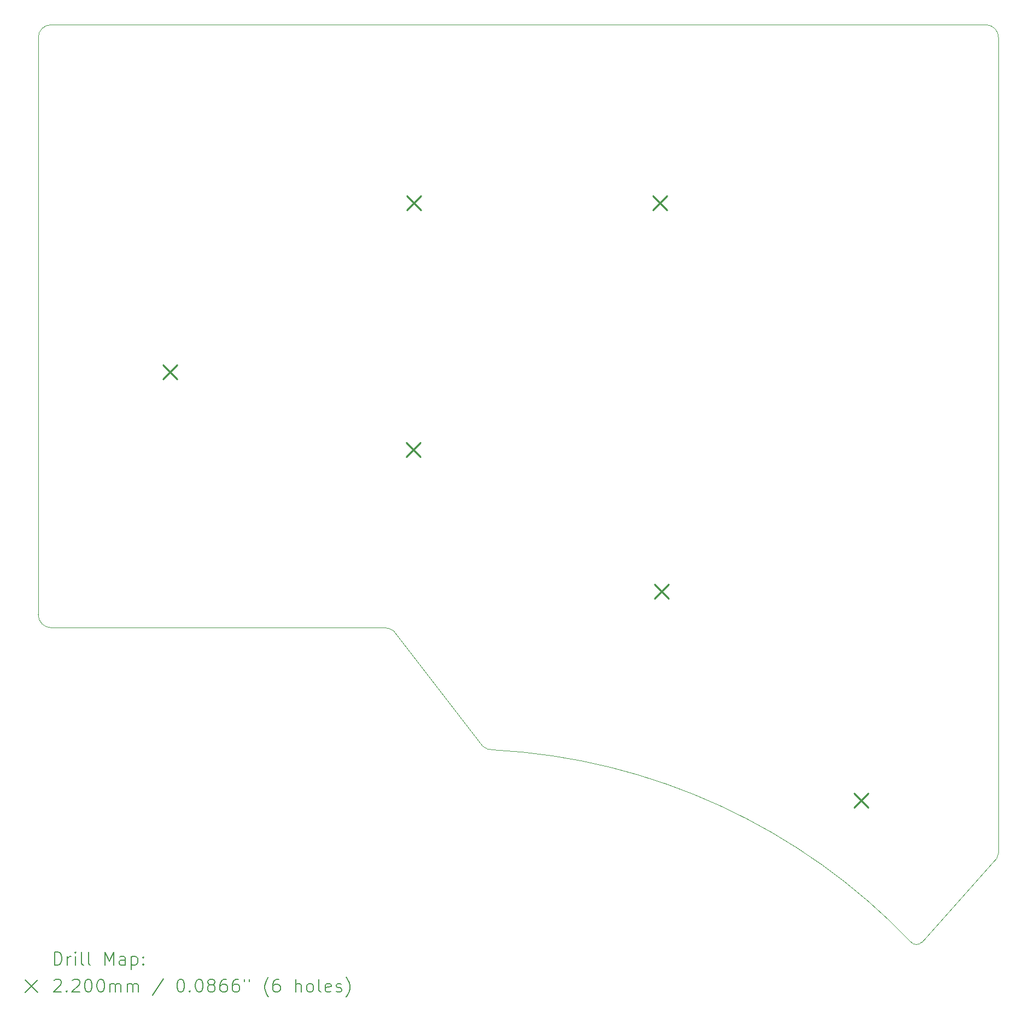
<source format=gbr>
%FSLAX45Y45*%
G04 Gerber Fmt 4.5, Leading zero omitted, Abs format (unit mm)*
G04 Created by KiCad (PCBNEW (6.0.5)) date 2022-10-04 21:38:22*
%MOMM*%
%LPD*%
G01*
G04 APERTURE LIST*
%TA.AperFunction,Profile*%
%ADD10C,0.100000*%
%TD*%
%ADD11C,0.200000*%
%ADD12C,0.220000*%
G04 APERTURE END LIST*
D10*
X6123000Y-7274000D02*
X4962000Y-8575000D01*
X-3231000Y-3754000D02*
G75*
G03*
X-3372000Y-3714000I-133168J-200906D01*
G01*
X4783000Y-8570000D02*
G75*
G03*
X-1674000Y-5604000I-6964601J-6650515D01*
G01*
X-1847000Y-5543000D02*
G75*
G03*
X-1674000Y-5604000I157834J171807D01*
G01*
X6146002Y5417000D02*
G75*
G03*
X5958000Y5617000I-194702J5340D01*
G01*
X6146000Y-7200000D02*
X6146000Y5417000D01*
X-8523000Y5617000D02*
G75*
G03*
X-8723000Y5418000I-2392J-197598D01*
G01*
X-8723000Y-3511000D02*
G75*
G03*
X-8523000Y-3714000I202211J-799D01*
G01*
X-8723000Y-3511000D02*
X-8723000Y5418000D01*
X-8523000Y-3714000D02*
X-3372000Y-3714000D01*
X-3231000Y-3754000D02*
X-1847000Y-5543000D01*
X6122999Y-7273999D02*
G75*
G03*
X6146000Y-7200000I-153349J88239D01*
G01*
X5958000Y5617000D02*
X-8523000Y5617000D01*
X4783002Y-8569999D02*
G75*
G03*
X4962000Y-8575000I91418J66179D01*
G01*
D11*
D12*
X-6790000Y350000D02*
X-6570000Y130000D01*
X-6570000Y350000D02*
X-6790000Y130000D01*
X-3025000Y-845000D02*
X-2805000Y-1065000D01*
X-2805000Y-845000D02*
X-3025000Y-1065000D01*
X-3019000Y2969000D02*
X-2799000Y2749000D01*
X-2799000Y2969000D02*
X-3019000Y2749000D01*
X790000Y2970000D02*
X1010000Y2750000D01*
X1010000Y2970000D02*
X790000Y2750000D01*
X820000Y-3042000D02*
X1040000Y-3262000D01*
X1040000Y-3042000D02*
X820000Y-3262000D01*
X3913000Y-6272000D02*
X4133000Y-6492000D01*
X4133000Y-6272000D02*
X3913000Y-6492000D01*
D11*
X-8470386Y-8932154D02*
X-8470386Y-8732154D01*
X-8422767Y-8732154D01*
X-8394195Y-8741678D01*
X-8375148Y-8760725D01*
X-8365624Y-8779773D01*
X-8356100Y-8817868D01*
X-8356100Y-8846440D01*
X-8365624Y-8884535D01*
X-8375148Y-8903582D01*
X-8394195Y-8922630D01*
X-8422767Y-8932154D01*
X-8470386Y-8932154D01*
X-8270386Y-8932154D02*
X-8270386Y-8798820D01*
X-8270386Y-8836916D02*
X-8260862Y-8817868D01*
X-8251338Y-8808344D01*
X-8232291Y-8798820D01*
X-8213243Y-8798820D01*
X-8146576Y-8932154D02*
X-8146576Y-8798820D01*
X-8146576Y-8732154D02*
X-8156100Y-8741678D01*
X-8146576Y-8751201D01*
X-8137053Y-8741678D01*
X-8146576Y-8732154D01*
X-8146576Y-8751201D01*
X-8022767Y-8932154D02*
X-8041814Y-8922630D01*
X-8051338Y-8903582D01*
X-8051338Y-8732154D01*
X-7918005Y-8932154D02*
X-7937053Y-8922630D01*
X-7946576Y-8903582D01*
X-7946576Y-8732154D01*
X-7689433Y-8932154D02*
X-7689433Y-8732154D01*
X-7622767Y-8875011D01*
X-7556100Y-8732154D01*
X-7556100Y-8932154D01*
X-7375148Y-8932154D02*
X-7375148Y-8827392D01*
X-7384672Y-8808344D01*
X-7403719Y-8798820D01*
X-7441814Y-8798820D01*
X-7460862Y-8808344D01*
X-7375148Y-8922630D02*
X-7394195Y-8932154D01*
X-7441814Y-8932154D01*
X-7460862Y-8922630D01*
X-7470386Y-8903582D01*
X-7470386Y-8884535D01*
X-7460862Y-8865487D01*
X-7441814Y-8855963D01*
X-7394195Y-8855963D01*
X-7375148Y-8846440D01*
X-7279910Y-8798820D02*
X-7279910Y-8998820D01*
X-7279910Y-8808344D02*
X-7260862Y-8798820D01*
X-7222767Y-8798820D01*
X-7203719Y-8808344D01*
X-7194195Y-8817868D01*
X-7184672Y-8836916D01*
X-7184672Y-8894059D01*
X-7194195Y-8913106D01*
X-7203719Y-8922630D01*
X-7222767Y-8932154D01*
X-7260862Y-8932154D01*
X-7279910Y-8922630D01*
X-7098957Y-8913106D02*
X-7089433Y-8922630D01*
X-7098957Y-8932154D01*
X-7108481Y-8922630D01*
X-7098957Y-8913106D01*
X-7098957Y-8932154D01*
X-7098957Y-8808344D02*
X-7089433Y-8817868D01*
X-7098957Y-8827392D01*
X-7108481Y-8817868D01*
X-7098957Y-8808344D01*
X-7098957Y-8827392D01*
X-8928005Y-9161678D02*
X-8728005Y-9361678D01*
X-8728005Y-9161678D02*
X-8928005Y-9361678D01*
X-8479910Y-9171201D02*
X-8470386Y-9161678D01*
X-8451338Y-9152154D01*
X-8403719Y-9152154D01*
X-8384672Y-9161678D01*
X-8375148Y-9171201D01*
X-8365624Y-9190249D01*
X-8365624Y-9209297D01*
X-8375148Y-9237868D01*
X-8489434Y-9352154D01*
X-8365624Y-9352154D01*
X-8279910Y-9333106D02*
X-8270386Y-9342630D01*
X-8279910Y-9352154D01*
X-8289433Y-9342630D01*
X-8279910Y-9333106D01*
X-8279910Y-9352154D01*
X-8194195Y-9171201D02*
X-8184672Y-9161678D01*
X-8165624Y-9152154D01*
X-8118005Y-9152154D01*
X-8098957Y-9161678D01*
X-8089433Y-9171201D01*
X-8079910Y-9190249D01*
X-8079910Y-9209297D01*
X-8089433Y-9237868D01*
X-8203719Y-9352154D01*
X-8079910Y-9352154D01*
X-7956100Y-9152154D02*
X-7937053Y-9152154D01*
X-7918005Y-9161678D01*
X-7908481Y-9171201D01*
X-7898957Y-9190249D01*
X-7889433Y-9228344D01*
X-7889433Y-9275963D01*
X-7898957Y-9314059D01*
X-7908481Y-9333106D01*
X-7918005Y-9342630D01*
X-7937053Y-9352154D01*
X-7956100Y-9352154D01*
X-7975148Y-9342630D01*
X-7984672Y-9333106D01*
X-7994195Y-9314059D01*
X-8003719Y-9275963D01*
X-8003719Y-9228344D01*
X-7994195Y-9190249D01*
X-7984672Y-9171201D01*
X-7975148Y-9161678D01*
X-7956100Y-9152154D01*
X-7765624Y-9152154D02*
X-7746576Y-9152154D01*
X-7727529Y-9161678D01*
X-7718005Y-9171201D01*
X-7708481Y-9190249D01*
X-7698957Y-9228344D01*
X-7698957Y-9275963D01*
X-7708481Y-9314059D01*
X-7718005Y-9333106D01*
X-7727529Y-9342630D01*
X-7746576Y-9352154D01*
X-7765624Y-9352154D01*
X-7784672Y-9342630D01*
X-7794195Y-9333106D01*
X-7803719Y-9314059D01*
X-7813243Y-9275963D01*
X-7813243Y-9228344D01*
X-7803719Y-9190249D01*
X-7794195Y-9171201D01*
X-7784672Y-9161678D01*
X-7765624Y-9152154D01*
X-7613243Y-9352154D02*
X-7613243Y-9218820D01*
X-7613243Y-9237868D02*
X-7603719Y-9228344D01*
X-7584672Y-9218820D01*
X-7556100Y-9218820D01*
X-7537053Y-9228344D01*
X-7527529Y-9247392D01*
X-7527529Y-9352154D01*
X-7527529Y-9247392D02*
X-7518005Y-9228344D01*
X-7498957Y-9218820D01*
X-7470386Y-9218820D01*
X-7451338Y-9228344D01*
X-7441814Y-9247392D01*
X-7441814Y-9352154D01*
X-7346576Y-9352154D02*
X-7346576Y-9218820D01*
X-7346576Y-9237868D02*
X-7337053Y-9228344D01*
X-7318005Y-9218820D01*
X-7289433Y-9218820D01*
X-7270386Y-9228344D01*
X-7260862Y-9247392D01*
X-7260862Y-9352154D01*
X-7260862Y-9247392D02*
X-7251338Y-9228344D01*
X-7232291Y-9218820D01*
X-7203719Y-9218820D01*
X-7184672Y-9228344D01*
X-7175148Y-9247392D01*
X-7175148Y-9352154D01*
X-6784672Y-9142630D02*
X-6956100Y-9399773D01*
X-6527529Y-9152154D02*
X-6508481Y-9152154D01*
X-6489433Y-9161678D01*
X-6479910Y-9171201D01*
X-6470386Y-9190249D01*
X-6460862Y-9228344D01*
X-6460862Y-9275963D01*
X-6470386Y-9314059D01*
X-6479910Y-9333106D01*
X-6489433Y-9342630D01*
X-6508481Y-9352154D01*
X-6527529Y-9352154D01*
X-6546576Y-9342630D01*
X-6556100Y-9333106D01*
X-6565624Y-9314059D01*
X-6575148Y-9275963D01*
X-6575148Y-9228344D01*
X-6565624Y-9190249D01*
X-6556100Y-9171201D01*
X-6546576Y-9161678D01*
X-6527529Y-9152154D01*
X-6375148Y-9333106D02*
X-6365624Y-9342630D01*
X-6375148Y-9352154D01*
X-6384672Y-9342630D01*
X-6375148Y-9333106D01*
X-6375148Y-9352154D01*
X-6241814Y-9152154D02*
X-6222767Y-9152154D01*
X-6203719Y-9161678D01*
X-6194195Y-9171201D01*
X-6184672Y-9190249D01*
X-6175148Y-9228344D01*
X-6175148Y-9275963D01*
X-6184672Y-9314059D01*
X-6194195Y-9333106D01*
X-6203719Y-9342630D01*
X-6222767Y-9352154D01*
X-6241814Y-9352154D01*
X-6260862Y-9342630D01*
X-6270386Y-9333106D01*
X-6279910Y-9314059D01*
X-6289433Y-9275963D01*
X-6289433Y-9228344D01*
X-6279910Y-9190249D01*
X-6270386Y-9171201D01*
X-6260862Y-9161678D01*
X-6241814Y-9152154D01*
X-6060862Y-9237868D02*
X-6079910Y-9228344D01*
X-6089433Y-9218820D01*
X-6098957Y-9199773D01*
X-6098957Y-9190249D01*
X-6089433Y-9171201D01*
X-6079910Y-9161678D01*
X-6060862Y-9152154D01*
X-6022767Y-9152154D01*
X-6003719Y-9161678D01*
X-5994195Y-9171201D01*
X-5984672Y-9190249D01*
X-5984672Y-9199773D01*
X-5994195Y-9218820D01*
X-6003719Y-9228344D01*
X-6022767Y-9237868D01*
X-6060862Y-9237868D01*
X-6079910Y-9247392D01*
X-6089433Y-9256916D01*
X-6098957Y-9275963D01*
X-6098957Y-9314059D01*
X-6089433Y-9333106D01*
X-6079910Y-9342630D01*
X-6060862Y-9352154D01*
X-6022767Y-9352154D01*
X-6003719Y-9342630D01*
X-5994195Y-9333106D01*
X-5984672Y-9314059D01*
X-5984672Y-9275963D01*
X-5994195Y-9256916D01*
X-6003719Y-9247392D01*
X-6022767Y-9237868D01*
X-5813243Y-9152154D02*
X-5851338Y-9152154D01*
X-5870386Y-9161678D01*
X-5879910Y-9171201D01*
X-5898957Y-9199773D01*
X-5908481Y-9237868D01*
X-5908481Y-9314059D01*
X-5898957Y-9333106D01*
X-5889433Y-9342630D01*
X-5870386Y-9352154D01*
X-5832291Y-9352154D01*
X-5813243Y-9342630D01*
X-5803719Y-9333106D01*
X-5794195Y-9314059D01*
X-5794195Y-9266440D01*
X-5803719Y-9247392D01*
X-5813243Y-9237868D01*
X-5832291Y-9228344D01*
X-5870386Y-9228344D01*
X-5889433Y-9237868D01*
X-5898957Y-9247392D01*
X-5908481Y-9266440D01*
X-5622767Y-9152154D02*
X-5660862Y-9152154D01*
X-5679910Y-9161678D01*
X-5689433Y-9171201D01*
X-5708481Y-9199773D01*
X-5718005Y-9237868D01*
X-5718005Y-9314059D01*
X-5708481Y-9333106D01*
X-5698957Y-9342630D01*
X-5679910Y-9352154D01*
X-5641814Y-9352154D01*
X-5622767Y-9342630D01*
X-5613243Y-9333106D01*
X-5603719Y-9314059D01*
X-5603719Y-9266440D01*
X-5613243Y-9247392D01*
X-5622767Y-9237868D01*
X-5641814Y-9228344D01*
X-5679910Y-9228344D01*
X-5698957Y-9237868D01*
X-5708481Y-9247392D01*
X-5718005Y-9266440D01*
X-5527529Y-9152154D02*
X-5527529Y-9190249D01*
X-5451338Y-9152154D02*
X-5451338Y-9190249D01*
X-5156100Y-9428344D02*
X-5165624Y-9418820D01*
X-5184672Y-9390249D01*
X-5194195Y-9371201D01*
X-5203719Y-9342630D01*
X-5213243Y-9295011D01*
X-5213243Y-9256916D01*
X-5203719Y-9209297D01*
X-5194195Y-9180725D01*
X-5184672Y-9161678D01*
X-5165624Y-9133106D01*
X-5156100Y-9123582D01*
X-4994195Y-9152154D02*
X-5032291Y-9152154D01*
X-5051338Y-9161678D01*
X-5060862Y-9171201D01*
X-5079910Y-9199773D01*
X-5089434Y-9237868D01*
X-5089434Y-9314059D01*
X-5079910Y-9333106D01*
X-5070386Y-9342630D01*
X-5051338Y-9352154D01*
X-5013243Y-9352154D01*
X-4994195Y-9342630D01*
X-4984672Y-9333106D01*
X-4975148Y-9314059D01*
X-4975148Y-9266440D01*
X-4984672Y-9247392D01*
X-4994195Y-9237868D01*
X-5013243Y-9228344D01*
X-5051338Y-9228344D01*
X-5070386Y-9237868D01*
X-5079910Y-9247392D01*
X-5089434Y-9266440D01*
X-4737053Y-9352154D02*
X-4737053Y-9152154D01*
X-4651338Y-9352154D02*
X-4651338Y-9247392D01*
X-4660862Y-9228344D01*
X-4679910Y-9218820D01*
X-4708481Y-9218820D01*
X-4727529Y-9228344D01*
X-4737053Y-9237868D01*
X-4527529Y-9352154D02*
X-4546576Y-9342630D01*
X-4556100Y-9333106D01*
X-4565624Y-9314059D01*
X-4565624Y-9256916D01*
X-4556100Y-9237868D01*
X-4546576Y-9228344D01*
X-4527529Y-9218820D01*
X-4498957Y-9218820D01*
X-4479910Y-9228344D01*
X-4470386Y-9237868D01*
X-4460862Y-9256916D01*
X-4460862Y-9314059D01*
X-4470386Y-9333106D01*
X-4479910Y-9342630D01*
X-4498957Y-9352154D01*
X-4527529Y-9352154D01*
X-4346576Y-9352154D02*
X-4365624Y-9342630D01*
X-4375148Y-9323582D01*
X-4375148Y-9152154D01*
X-4194195Y-9342630D02*
X-4213243Y-9352154D01*
X-4251338Y-9352154D01*
X-4270386Y-9342630D01*
X-4279910Y-9323582D01*
X-4279910Y-9247392D01*
X-4270386Y-9228344D01*
X-4251338Y-9218820D01*
X-4213243Y-9218820D01*
X-4194195Y-9228344D01*
X-4184672Y-9247392D01*
X-4184672Y-9266440D01*
X-4279910Y-9285487D01*
X-4108481Y-9342630D02*
X-4089433Y-9352154D01*
X-4051338Y-9352154D01*
X-4032291Y-9342630D01*
X-4022767Y-9323582D01*
X-4022767Y-9314059D01*
X-4032291Y-9295011D01*
X-4051338Y-9285487D01*
X-4079910Y-9285487D01*
X-4098957Y-9275963D01*
X-4108481Y-9256916D01*
X-4108481Y-9247392D01*
X-4098957Y-9228344D01*
X-4079910Y-9218820D01*
X-4051338Y-9218820D01*
X-4032291Y-9228344D01*
X-3956100Y-9428344D02*
X-3946576Y-9418820D01*
X-3927529Y-9390249D01*
X-3918005Y-9371201D01*
X-3908481Y-9342630D01*
X-3898957Y-9295011D01*
X-3898957Y-9256916D01*
X-3908481Y-9209297D01*
X-3918005Y-9180725D01*
X-3927529Y-9161678D01*
X-3946576Y-9133106D01*
X-3956100Y-9123582D01*
M02*

</source>
